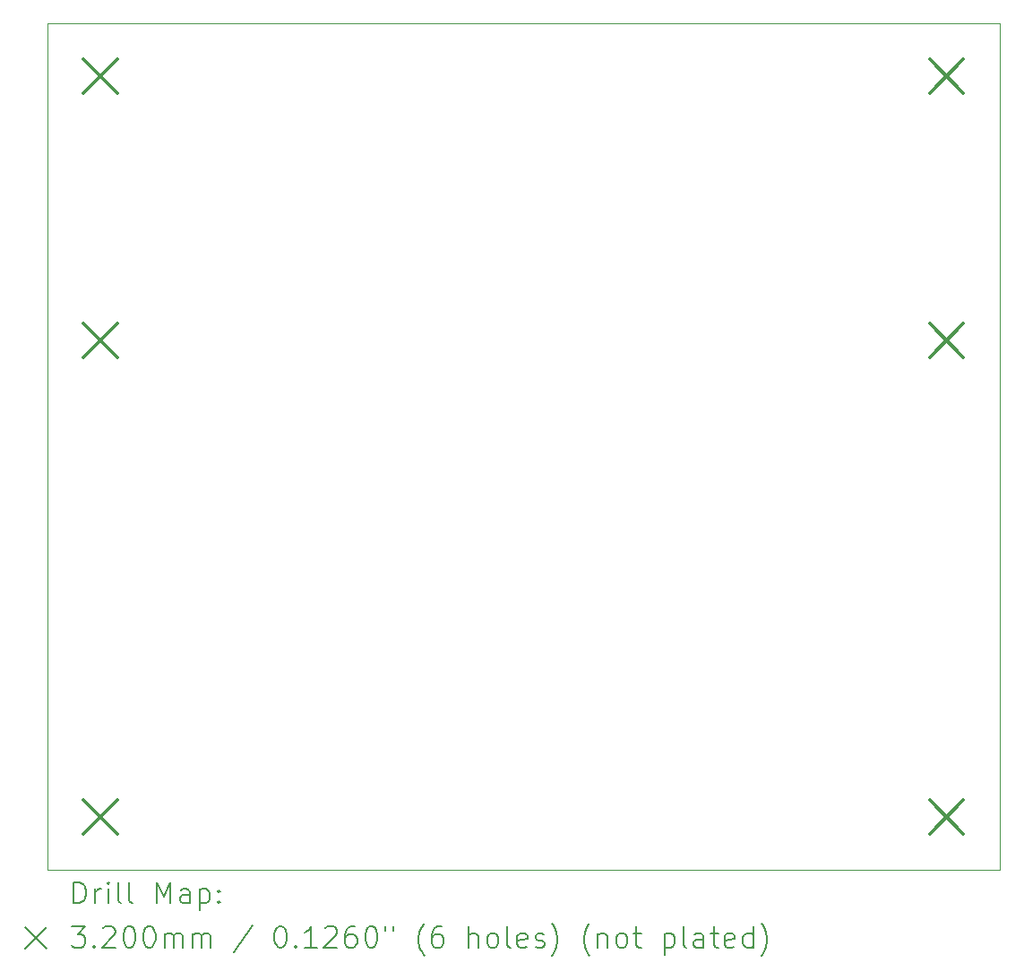
<source format=gbr>
%TF.GenerationSoftware,KiCad,Pcbnew,6.0.11-2627ca5db0~126~ubuntu20.04.1*%
%TF.CreationDate,2023-03-12T13:33:52+01:00*%
%TF.ProjectId,Bobbycar_wiring,426f6262-7963-4617-925f-776972696e67,rev?*%
%TF.SameCoordinates,Original*%
%TF.FileFunction,Drillmap*%
%TF.FilePolarity,Positive*%
%FSLAX45Y45*%
G04 Gerber Fmt 4.5, Leading zero omitted, Abs format (unit mm)*
G04 Created by KiCad (PCBNEW 6.0.11-2627ca5db0~126~ubuntu20.04.1) date 2023-03-12 13:33:52*
%MOMM*%
%LPD*%
G01*
G04 APERTURE LIST*
%ADD10C,0.100000*%
%ADD11C,0.200000*%
%ADD12C,0.320000*%
G04 APERTURE END LIST*
D10*
X7000000Y-4000000D02*
X16000000Y-4000000D01*
X16000000Y-4000000D02*
X16000000Y-12000000D01*
X16000000Y-12000000D02*
X7000000Y-12000000D01*
X7000000Y-12000000D02*
X7000000Y-4000000D01*
D11*
D12*
X7340000Y-4340000D02*
X7660000Y-4660000D01*
X7660000Y-4340000D02*
X7340000Y-4660000D01*
X7340000Y-6840000D02*
X7660000Y-7160000D01*
X7660000Y-6840000D02*
X7340000Y-7160000D01*
X7340000Y-11340000D02*
X7660000Y-11660000D01*
X7660000Y-11340000D02*
X7340000Y-11660000D01*
X15340000Y-4340000D02*
X15660000Y-4660000D01*
X15660000Y-4340000D02*
X15340000Y-4660000D01*
X15340000Y-6840000D02*
X15660000Y-7160000D01*
X15660000Y-6840000D02*
X15340000Y-7160000D01*
X15340000Y-11340000D02*
X15660000Y-11660000D01*
X15660000Y-11340000D02*
X15340000Y-11660000D01*
D11*
X7252619Y-12315476D02*
X7252619Y-12115476D01*
X7300238Y-12115476D01*
X7328809Y-12125000D01*
X7347857Y-12144048D01*
X7357381Y-12163095D01*
X7366905Y-12201190D01*
X7366905Y-12229762D01*
X7357381Y-12267857D01*
X7347857Y-12286905D01*
X7328809Y-12305952D01*
X7300238Y-12315476D01*
X7252619Y-12315476D01*
X7452619Y-12315476D02*
X7452619Y-12182143D01*
X7452619Y-12220238D02*
X7462143Y-12201190D01*
X7471667Y-12191667D01*
X7490714Y-12182143D01*
X7509762Y-12182143D01*
X7576428Y-12315476D02*
X7576428Y-12182143D01*
X7576428Y-12115476D02*
X7566905Y-12125000D01*
X7576428Y-12134524D01*
X7585952Y-12125000D01*
X7576428Y-12115476D01*
X7576428Y-12134524D01*
X7700238Y-12315476D02*
X7681190Y-12305952D01*
X7671667Y-12286905D01*
X7671667Y-12115476D01*
X7805000Y-12315476D02*
X7785952Y-12305952D01*
X7776428Y-12286905D01*
X7776428Y-12115476D01*
X8033571Y-12315476D02*
X8033571Y-12115476D01*
X8100238Y-12258333D01*
X8166905Y-12115476D01*
X8166905Y-12315476D01*
X8347857Y-12315476D02*
X8347857Y-12210714D01*
X8338333Y-12191667D01*
X8319286Y-12182143D01*
X8281190Y-12182143D01*
X8262143Y-12191667D01*
X8347857Y-12305952D02*
X8328809Y-12315476D01*
X8281190Y-12315476D01*
X8262143Y-12305952D01*
X8252619Y-12286905D01*
X8252619Y-12267857D01*
X8262143Y-12248809D01*
X8281190Y-12239286D01*
X8328809Y-12239286D01*
X8347857Y-12229762D01*
X8443095Y-12182143D02*
X8443095Y-12382143D01*
X8443095Y-12191667D02*
X8462143Y-12182143D01*
X8500238Y-12182143D01*
X8519286Y-12191667D01*
X8528810Y-12201190D01*
X8538333Y-12220238D01*
X8538333Y-12277381D01*
X8528810Y-12296428D01*
X8519286Y-12305952D01*
X8500238Y-12315476D01*
X8462143Y-12315476D01*
X8443095Y-12305952D01*
X8624048Y-12296428D02*
X8633571Y-12305952D01*
X8624048Y-12315476D01*
X8614524Y-12305952D01*
X8624048Y-12296428D01*
X8624048Y-12315476D01*
X8624048Y-12191667D02*
X8633571Y-12201190D01*
X8624048Y-12210714D01*
X8614524Y-12201190D01*
X8624048Y-12191667D01*
X8624048Y-12210714D01*
X6795000Y-12545000D02*
X6995000Y-12745000D01*
X6995000Y-12545000D02*
X6795000Y-12745000D01*
X7233571Y-12535476D02*
X7357381Y-12535476D01*
X7290714Y-12611667D01*
X7319286Y-12611667D01*
X7338333Y-12621190D01*
X7347857Y-12630714D01*
X7357381Y-12649762D01*
X7357381Y-12697381D01*
X7347857Y-12716428D01*
X7338333Y-12725952D01*
X7319286Y-12735476D01*
X7262143Y-12735476D01*
X7243095Y-12725952D01*
X7233571Y-12716428D01*
X7443095Y-12716428D02*
X7452619Y-12725952D01*
X7443095Y-12735476D01*
X7433571Y-12725952D01*
X7443095Y-12716428D01*
X7443095Y-12735476D01*
X7528809Y-12554524D02*
X7538333Y-12545000D01*
X7557381Y-12535476D01*
X7605000Y-12535476D01*
X7624048Y-12545000D01*
X7633571Y-12554524D01*
X7643095Y-12573571D01*
X7643095Y-12592619D01*
X7633571Y-12621190D01*
X7519286Y-12735476D01*
X7643095Y-12735476D01*
X7766905Y-12535476D02*
X7785952Y-12535476D01*
X7805000Y-12545000D01*
X7814524Y-12554524D01*
X7824048Y-12573571D01*
X7833571Y-12611667D01*
X7833571Y-12659286D01*
X7824048Y-12697381D01*
X7814524Y-12716428D01*
X7805000Y-12725952D01*
X7785952Y-12735476D01*
X7766905Y-12735476D01*
X7747857Y-12725952D01*
X7738333Y-12716428D01*
X7728809Y-12697381D01*
X7719286Y-12659286D01*
X7719286Y-12611667D01*
X7728809Y-12573571D01*
X7738333Y-12554524D01*
X7747857Y-12545000D01*
X7766905Y-12535476D01*
X7957381Y-12535476D02*
X7976428Y-12535476D01*
X7995476Y-12545000D01*
X8005000Y-12554524D01*
X8014524Y-12573571D01*
X8024048Y-12611667D01*
X8024048Y-12659286D01*
X8014524Y-12697381D01*
X8005000Y-12716428D01*
X7995476Y-12725952D01*
X7976428Y-12735476D01*
X7957381Y-12735476D01*
X7938333Y-12725952D01*
X7928809Y-12716428D01*
X7919286Y-12697381D01*
X7909762Y-12659286D01*
X7909762Y-12611667D01*
X7919286Y-12573571D01*
X7928809Y-12554524D01*
X7938333Y-12545000D01*
X7957381Y-12535476D01*
X8109762Y-12735476D02*
X8109762Y-12602143D01*
X8109762Y-12621190D02*
X8119286Y-12611667D01*
X8138333Y-12602143D01*
X8166905Y-12602143D01*
X8185952Y-12611667D01*
X8195476Y-12630714D01*
X8195476Y-12735476D01*
X8195476Y-12630714D02*
X8205000Y-12611667D01*
X8224048Y-12602143D01*
X8252619Y-12602143D01*
X8271667Y-12611667D01*
X8281190Y-12630714D01*
X8281190Y-12735476D01*
X8376428Y-12735476D02*
X8376428Y-12602143D01*
X8376428Y-12621190D02*
X8385952Y-12611667D01*
X8405000Y-12602143D01*
X8433571Y-12602143D01*
X8452619Y-12611667D01*
X8462143Y-12630714D01*
X8462143Y-12735476D01*
X8462143Y-12630714D02*
X8471667Y-12611667D01*
X8490714Y-12602143D01*
X8519286Y-12602143D01*
X8538333Y-12611667D01*
X8547857Y-12630714D01*
X8547857Y-12735476D01*
X8938333Y-12525952D02*
X8766905Y-12783095D01*
X9195476Y-12535476D02*
X9214524Y-12535476D01*
X9233571Y-12545000D01*
X9243095Y-12554524D01*
X9252619Y-12573571D01*
X9262143Y-12611667D01*
X9262143Y-12659286D01*
X9252619Y-12697381D01*
X9243095Y-12716428D01*
X9233571Y-12725952D01*
X9214524Y-12735476D01*
X9195476Y-12735476D01*
X9176429Y-12725952D01*
X9166905Y-12716428D01*
X9157381Y-12697381D01*
X9147857Y-12659286D01*
X9147857Y-12611667D01*
X9157381Y-12573571D01*
X9166905Y-12554524D01*
X9176429Y-12545000D01*
X9195476Y-12535476D01*
X9347857Y-12716428D02*
X9357381Y-12725952D01*
X9347857Y-12735476D01*
X9338333Y-12725952D01*
X9347857Y-12716428D01*
X9347857Y-12735476D01*
X9547857Y-12735476D02*
X9433571Y-12735476D01*
X9490714Y-12735476D02*
X9490714Y-12535476D01*
X9471667Y-12564048D01*
X9452619Y-12583095D01*
X9433571Y-12592619D01*
X9624048Y-12554524D02*
X9633571Y-12545000D01*
X9652619Y-12535476D01*
X9700238Y-12535476D01*
X9719286Y-12545000D01*
X9728810Y-12554524D01*
X9738333Y-12573571D01*
X9738333Y-12592619D01*
X9728810Y-12621190D01*
X9614524Y-12735476D01*
X9738333Y-12735476D01*
X9909762Y-12535476D02*
X9871667Y-12535476D01*
X9852619Y-12545000D01*
X9843095Y-12554524D01*
X9824048Y-12583095D01*
X9814524Y-12621190D01*
X9814524Y-12697381D01*
X9824048Y-12716428D01*
X9833571Y-12725952D01*
X9852619Y-12735476D01*
X9890714Y-12735476D01*
X9909762Y-12725952D01*
X9919286Y-12716428D01*
X9928810Y-12697381D01*
X9928810Y-12649762D01*
X9919286Y-12630714D01*
X9909762Y-12621190D01*
X9890714Y-12611667D01*
X9852619Y-12611667D01*
X9833571Y-12621190D01*
X9824048Y-12630714D01*
X9814524Y-12649762D01*
X10052619Y-12535476D02*
X10071667Y-12535476D01*
X10090714Y-12545000D01*
X10100238Y-12554524D01*
X10109762Y-12573571D01*
X10119286Y-12611667D01*
X10119286Y-12659286D01*
X10109762Y-12697381D01*
X10100238Y-12716428D01*
X10090714Y-12725952D01*
X10071667Y-12735476D01*
X10052619Y-12735476D01*
X10033571Y-12725952D01*
X10024048Y-12716428D01*
X10014524Y-12697381D01*
X10005000Y-12659286D01*
X10005000Y-12611667D01*
X10014524Y-12573571D01*
X10024048Y-12554524D01*
X10033571Y-12545000D01*
X10052619Y-12535476D01*
X10195476Y-12535476D02*
X10195476Y-12573571D01*
X10271667Y-12535476D02*
X10271667Y-12573571D01*
X10566905Y-12811667D02*
X10557381Y-12802143D01*
X10538333Y-12773571D01*
X10528810Y-12754524D01*
X10519286Y-12725952D01*
X10509762Y-12678333D01*
X10509762Y-12640238D01*
X10519286Y-12592619D01*
X10528810Y-12564048D01*
X10538333Y-12545000D01*
X10557381Y-12516428D01*
X10566905Y-12506905D01*
X10728810Y-12535476D02*
X10690714Y-12535476D01*
X10671667Y-12545000D01*
X10662143Y-12554524D01*
X10643095Y-12583095D01*
X10633571Y-12621190D01*
X10633571Y-12697381D01*
X10643095Y-12716428D01*
X10652619Y-12725952D01*
X10671667Y-12735476D01*
X10709762Y-12735476D01*
X10728810Y-12725952D01*
X10738333Y-12716428D01*
X10747857Y-12697381D01*
X10747857Y-12649762D01*
X10738333Y-12630714D01*
X10728810Y-12621190D01*
X10709762Y-12611667D01*
X10671667Y-12611667D01*
X10652619Y-12621190D01*
X10643095Y-12630714D01*
X10633571Y-12649762D01*
X10985952Y-12735476D02*
X10985952Y-12535476D01*
X11071667Y-12735476D02*
X11071667Y-12630714D01*
X11062143Y-12611667D01*
X11043095Y-12602143D01*
X11014524Y-12602143D01*
X10995476Y-12611667D01*
X10985952Y-12621190D01*
X11195476Y-12735476D02*
X11176429Y-12725952D01*
X11166905Y-12716428D01*
X11157381Y-12697381D01*
X11157381Y-12640238D01*
X11166905Y-12621190D01*
X11176429Y-12611667D01*
X11195476Y-12602143D01*
X11224048Y-12602143D01*
X11243095Y-12611667D01*
X11252619Y-12621190D01*
X11262143Y-12640238D01*
X11262143Y-12697381D01*
X11252619Y-12716428D01*
X11243095Y-12725952D01*
X11224048Y-12735476D01*
X11195476Y-12735476D01*
X11376428Y-12735476D02*
X11357381Y-12725952D01*
X11347857Y-12706905D01*
X11347857Y-12535476D01*
X11528809Y-12725952D02*
X11509762Y-12735476D01*
X11471667Y-12735476D01*
X11452619Y-12725952D01*
X11443095Y-12706905D01*
X11443095Y-12630714D01*
X11452619Y-12611667D01*
X11471667Y-12602143D01*
X11509762Y-12602143D01*
X11528809Y-12611667D01*
X11538333Y-12630714D01*
X11538333Y-12649762D01*
X11443095Y-12668809D01*
X11614524Y-12725952D02*
X11633571Y-12735476D01*
X11671667Y-12735476D01*
X11690714Y-12725952D01*
X11700238Y-12706905D01*
X11700238Y-12697381D01*
X11690714Y-12678333D01*
X11671667Y-12668809D01*
X11643095Y-12668809D01*
X11624048Y-12659286D01*
X11614524Y-12640238D01*
X11614524Y-12630714D01*
X11624048Y-12611667D01*
X11643095Y-12602143D01*
X11671667Y-12602143D01*
X11690714Y-12611667D01*
X11766905Y-12811667D02*
X11776428Y-12802143D01*
X11795476Y-12773571D01*
X11805000Y-12754524D01*
X11814524Y-12725952D01*
X11824048Y-12678333D01*
X11824048Y-12640238D01*
X11814524Y-12592619D01*
X11805000Y-12564048D01*
X11795476Y-12545000D01*
X11776428Y-12516428D01*
X11766905Y-12506905D01*
X12128809Y-12811667D02*
X12119286Y-12802143D01*
X12100238Y-12773571D01*
X12090714Y-12754524D01*
X12081190Y-12725952D01*
X12071667Y-12678333D01*
X12071667Y-12640238D01*
X12081190Y-12592619D01*
X12090714Y-12564048D01*
X12100238Y-12545000D01*
X12119286Y-12516428D01*
X12128809Y-12506905D01*
X12205000Y-12602143D02*
X12205000Y-12735476D01*
X12205000Y-12621190D02*
X12214524Y-12611667D01*
X12233571Y-12602143D01*
X12262143Y-12602143D01*
X12281190Y-12611667D01*
X12290714Y-12630714D01*
X12290714Y-12735476D01*
X12414524Y-12735476D02*
X12395476Y-12725952D01*
X12385952Y-12716428D01*
X12376428Y-12697381D01*
X12376428Y-12640238D01*
X12385952Y-12621190D01*
X12395476Y-12611667D01*
X12414524Y-12602143D01*
X12443095Y-12602143D01*
X12462143Y-12611667D01*
X12471667Y-12621190D01*
X12481190Y-12640238D01*
X12481190Y-12697381D01*
X12471667Y-12716428D01*
X12462143Y-12725952D01*
X12443095Y-12735476D01*
X12414524Y-12735476D01*
X12538333Y-12602143D02*
X12614524Y-12602143D01*
X12566905Y-12535476D02*
X12566905Y-12706905D01*
X12576428Y-12725952D01*
X12595476Y-12735476D01*
X12614524Y-12735476D01*
X12833571Y-12602143D02*
X12833571Y-12802143D01*
X12833571Y-12611667D02*
X12852619Y-12602143D01*
X12890714Y-12602143D01*
X12909762Y-12611667D01*
X12919286Y-12621190D01*
X12928809Y-12640238D01*
X12928809Y-12697381D01*
X12919286Y-12716428D01*
X12909762Y-12725952D01*
X12890714Y-12735476D01*
X12852619Y-12735476D01*
X12833571Y-12725952D01*
X13043095Y-12735476D02*
X13024048Y-12725952D01*
X13014524Y-12706905D01*
X13014524Y-12535476D01*
X13205000Y-12735476D02*
X13205000Y-12630714D01*
X13195476Y-12611667D01*
X13176428Y-12602143D01*
X13138333Y-12602143D01*
X13119286Y-12611667D01*
X13205000Y-12725952D02*
X13185952Y-12735476D01*
X13138333Y-12735476D01*
X13119286Y-12725952D01*
X13109762Y-12706905D01*
X13109762Y-12687857D01*
X13119286Y-12668809D01*
X13138333Y-12659286D01*
X13185952Y-12659286D01*
X13205000Y-12649762D01*
X13271667Y-12602143D02*
X13347857Y-12602143D01*
X13300238Y-12535476D02*
X13300238Y-12706905D01*
X13309762Y-12725952D01*
X13328809Y-12735476D01*
X13347857Y-12735476D01*
X13490714Y-12725952D02*
X13471667Y-12735476D01*
X13433571Y-12735476D01*
X13414524Y-12725952D01*
X13405000Y-12706905D01*
X13405000Y-12630714D01*
X13414524Y-12611667D01*
X13433571Y-12602143D01*
X13471667Y-12602143D01*
X13490714Y-12611667D01*
X13500238Y-12630714D01*
X13500238Y-12649762D01*
X13405000Y-12668809D01*
X13671667Y-12735476D02*
X13671667Y-12535476D01*
X13671667Y-12725952D02*
X13652619Y-12735476D01*
X13614524Y-12735476D01*
X13595476Y-12725952D01*
X13585952Y-12716428D01*
X13576428Y-12697381D01*
X13576428Y-12640238D01*
X13585952Y-12621190D01*
X13595476Y-12611667D01*
X13614524Y-12602143D01*
X13652619Y-12602143D01*
X13671667Y-12611667D01*
X13747857Y-12811667D02*
X13757381Y-12802143D01*
X13776428Y-12773571D01*
X13785952Y-12754524D01*
X13795476Y-12725952D01*
X13805000Y-12678333D01*
X13805000Y-12640238D01*
X13795476Y-12592619D01*
X13785952Y-12564048D01*
X13776428Y-12545000D01*
X13757381Y-12516428D01*
X13747857Y-12506905D01*
M02*

</source>
